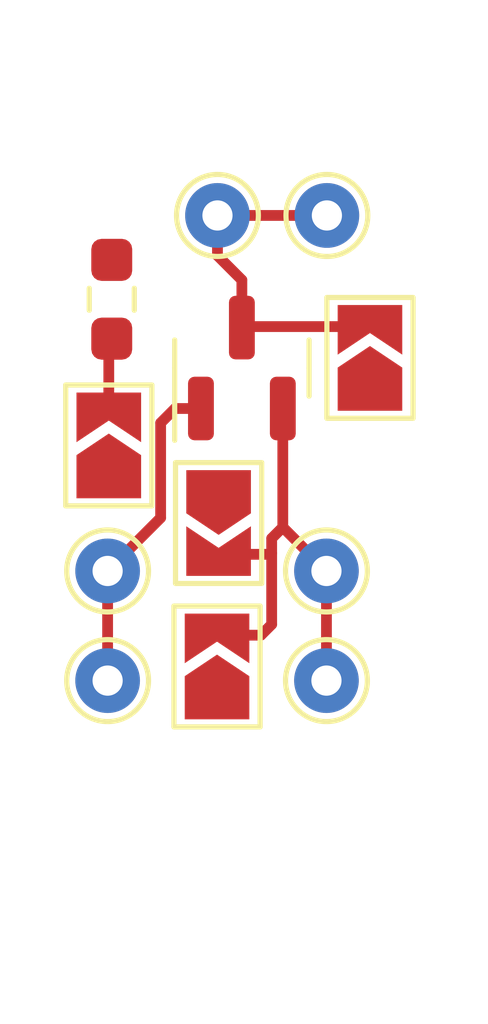
<source format=kicad_pcb>
(kicad_pcb (version 20221018) (generator pcbnew)
  (layers (0 "F.Cu" signal) (31 "B.Cu" signal) (34 "B.Paste" user) (35 "F.Paste" user) (36 "B.SilkS" user "B.Silkscreen") (37 "F.SilkS" user "F.Silkscreen") (38 "B.Mask" user) (39 "F.Mask" user) (44 "Edge.Cuts" user))
  (net 0 "")
  (net 1 "Net-(Q1-G)")
  (net 2 "VCC")
  (net 3 "GND")
  (net 5 "Net-(JD1-B)")
  (net 7 "Net-(JS1-B)")
  (net 8 "Net-(JVCC1-B)")
  (footprint "Jumper:SolderJumper-2_P1.3mm_Open_TrianglePad1.0x1.5mm" (layer "F.Cu") (at 35.56 185.092848 90)
    (fp_text reference "JS1" hide)
    (fp_text value "SolderJumper_2_Open")
    (fp_line (start -1.4 -1) (end 1.4 -1) (stroke (width 0.12)) (layer "F.SilkS"))
    (fp_line (start -1.4 1) (end -1.4 -1) (stroke (width 0.12)) (layer "F.SilkS"))
    (fp_line (start 1.4 -1) (end 1.4 1) (stroke (width 0.12)) (layer "F.SilkS"))
    (fp_line (start 1.4 1) (end -1.4 1) (stroke (width 0.12)) (layer "F.SilkS"))
    (pad "1" smd custom (at -0.725 0 90) (size 0.3 0.3) (layers "F.Cu" "F.Mask") (options (clearance outline) (anchor rect)) (primitives (gr_poly (pts (xy 1 0) (xy 0.5 0.75) (xy -0.5 0.75) (xy -0.5 -0.75) (xy 0.5 -0.75)) (width 0) (fill yes))))
    (pad "2" smd custom (at 0.725 0 90) (size 0.3 0.3) (layers "F.Cu" "F.Mask") (net 7 "Net-(JS1-B)") (options (clearance outline) (anchor rect)) (primitives (gr_poly (pts (xy 0.5 0.75) (xy -0.65 0.75) (xy -0.15 0) (xy -0.65 -0.75) (xy 0.5 -0.75)) (width 0) (fill yes))))
  )
  (footprint "Package_TO_SOT_SMD:SOT-23" (layer "F.Cu") (at 36.136781 178.17881 90)
    (fp_text reference "Q1" hide)
    (fp_text value "2N7002")
    (fp_line (start 0 -1.56) (end -1.675 -1.56) (stroke (width 0.12)) (layer "F.SilkS"))
    (fp_line (start 0 -1.56) (end 0.65 -1.56) (stroke (width 0.12)) (layer "F.SilkS"))
    (fp_line (start 0 1.56) (end -0.65 1.56) (stroke (width 0.12)) (layer "F.SilkS"))
    (fp_line (start 0 1.56) (end 0.65 1.56) (stroke (width 0.12)) (layer "F.SilkS"))
    (pad "1" smd roundrect (at -0.9375 -0.95 90) (size 1.475 0.6) (layers "F.Cu" "F.Paste" "F.Mask") (net 1 "Net-(Q1-G)"))
    (pad "2" smd roundrect (at -0.9375 0.95 90) (size 1.475 0.6) (layers "F.Cu" "F.Paste" "F.Mask") (net 7 "Net-(JS1-B)"))
    (pad "3" smd roundrect (at 0.9375 0 90) (size 1.475 0.6) (layers "F.Cu" "F.Paste" "F.Mask") (net 5 "Net-(JD1-B)"))
  )
  (footprint "Jumper:SolderJumper-2_P1.3mm_Open_TrianglePad1.0x1.5mm" (layer "F.Cu") (at 35.59665 181.769481 -90)
    (fp_text reference "JVSS1" hide)
    (fp_text value "SolderJumper_2_Open")
    (fp_line (start -1.4 -1) (end 1.4 -1) (stroke (width 0.12)) (layer "F.SilkS"))
    (fp_line (start -1.4 1) (end -1.4 -1) (stroke (width 0.12)) (layer "F.SilkS"))
    (fp_line (start 1.4 -1) (end 1.4 1) (stroke (width 0.12)) (layer "F.SilkS"))
    (fp_line (start 1.4 1) (end -1.4 1) (stroke (width 0.12)) (layer "F.SilkS"))
    (pad "1" smd custom (at -0.725 0 270) (size 0.3 0.3) (layers "F.Cu" "F.Mask") (net 3 "GND") (options (clearance outline) (anchor rect)) (primitives (gr_poly (pts (xy 1 0) (xy 0.5 0.75) (xy -0.5 0.75) (xy -0.5 -0.75) (xy 0.5 -0.75)) (width 0) (fill yes))))
    (pad "2" smd custom (at 0.725 0 270) (size 0.3 0.3) (layers "F.Cu" "F.Mask") (net 7 "Net-(JS1-B)") (options (clearance outline) (anchor rect)) (primitives (gr_poly (pts (xy 0.5 0.75) (xy -0.65 0.75) (xy -0.15 0) (xy -0.65 -0.75) (xy 0.5 -0.75)) (width 0) (fill yes))))
  )
  (footprint "Resistor_SMD:R_0603_1608Metric_Pad0.98x0.95mm_HandSolder" (layer "F.Cu") (at 33.116206 176.585137 -90)
    (fp_text reference "R1" hide)
    (fp_text value "10k")
    (fp_line (start -0.254724 -0.5225) (end 0.254724 -0.5225) (stroke (width 0.12)) (layer "F.SilkS"))
    (fp_line (start -0.254724 0.5225) (end 0.254724 0.5225) (stroke (width 0.12)) (layer "F.SilkS"))
    (pad "1" smd roundrect (at -0.9125 0 270) (size 0.975 0.95) (layers "F.Cu" "F.Paste" "F.Mask") (net 2 "VCC"))
    (pad "2" smd roundrect (at 0.9125 0 270) (size 0.975 0.95) (layers "F.Cu" "F.Paste" "F.Mask") (net 8 "Net-(JVCC1-B)"))
  )
  (footprint "Jumper:SolderJumper-2_P1.3mm_Open_TrianglePad1.0x1.5mm" (layer "F.Cu") (at 39.110166 177.943486 90)
    (fp_text reference "JD1" hide)
    (fp_text value "SolderJumper_2_Open")
    (fp_line (start -1.4 -1) (end 1.4 -1) (stroke (width 0.12)) (layer "F.SilkS"))
    (fp_line (start -1.4 1) (end -1.4 -1) (stroke (width 0.12)) (layer "F.SilkS"))
    (fp_line (start 1.4 -1) (end 1.4 1) (stroke (width 0.12)) (layer "F.SilkS"))
    (fp_line (start 1.4 1) (end -1.4 1) (stroke (width 0.12)) (layer "F.SilkS"))
    (pad "1" smd custom (at -0.725 0 90) (size 0.3 0.3) (layers "F.Cu" "F.Mask") (options (clearance outline) (anchor rect)) (primitives (gr_poly (pts (xy 1 0) (xy 0.5 0.75) (xy -0.5 0.75) (xy -0.5 -0.75) (xy 0.5 -0.75)) (width 0) (fill yes))))
    (pad "2" smd custom (at 0.725 0 90) (size 0.3 0.3) (layers "F.Cu" "F.Mask") (net 5 "Net-(JD1-B)") (options (clearance outline) (anchor rect)) (primitives (gr_poly (pts (xy 0.5 0.75) (xy -0.65 0.75) (xy -0.15 0) (xy -0.65 -0.75) (xy 0.5 -0.75)) (width 0) (fill yes))))
  )
  (footprint "Jumper:SolderJumper-2_P1.3mm_Open_TrianglePad1.0x1.5mm" (layer "F.Cu") (at 33.047487 179.971514 90)
    (fp_text reference "JVCC1" hide)
    (fp_text value "SolderJumper_2_Open")
    (fp_line (start -1.4 -1) (end 1.4 -1) (stroke (width 0.12)) (layer "F.SilkS"))
    (fp_line (start -1.4 1) (end -1.4 -1) (stroke (width 0.12)) (layer "F.SilkS"))
    (fp_line (start 1.4 -1) (end 1.4 1) (stroke (width 0.12)) (layer "F.SilkS"))
    (fp_line (start 1.4 1) (end -1.4 1) (stroke (width 0.12)) (layer "F.SilkS"))
    (pad "1" smd custom (at -0.725 0 90) (size 0.3 0.3) (layers "F.Cu" "F.Mask") (net 5 "Net-(JD1-B)") (options (clearance outline) (anchor rect)) (primitives (gr_poly (pts (xy 1 0) (xy 0.5 0.75) (xy -0.5 0.75) (xy -0.5 -0.75) (xy 0.5 -0.75)) (width 0) (fill yes))))
    (pad "2" smd custom (at 0.725 0 90) (size 0.3 0.3) (layers "F.Cu" "F.Mask") (net 8 "Net-(JVCC1-B)") (options (clearance outline) (anchor rect)) (primitives (gr_poly (pts (xy 0.5 0.75) (xy -0.65 0.75) (xy -0.15 0) (xy -0.65 -0.75) (xy 0.5 -0.75)) (width 0) (fill yes))))
  )
  (footprint "TestPoint:TestPoint_THTPad_D1.5mm_Drill0.7mm" (layer "F.Cu") (at 35.570166 174.643486)
    (fp_text reference "DB1" hide)
    (fp_text value "Drain")
    (fp_circle (center 0 0) (end 0 0.95) (stroke (width 0.12)) (fill none) (layer "F.SilkS"))
    (pad "1" thru_hole circle (at 0 0) (size 1.5 1.5) (drill 0.7) (layers "*.Cu" "*.Mask") (net 5 "Net-(JD1-B)"))
  )
  (footprint "TestPoint:TestPoint_THTPad_D1.5mm_Drill0.7mm" (layer "F.Cu") (at 38.110166 174.643486 180)
    (fp_text reference "DA1" hide)
    (fp_text value "Drain")
    (fp_circle (center 0 0) (end 0 0.95) (stroke (width 0.12)) (fill none) (layer "F.SilkS"))
    (pad "1" thru_hole circle (at 0 0 180) (size 1.5 1.5) (drill 0.7) (layers "*.Cu" "*.Mask") (net 5 "Net-(JD1-B)"))
  )
  (footprint "TestPoint:TestPoint_THTPad_D1.5mm_Drill0.7mm" (layer "F.Cu") (at 38.1 185.42)
    (fp_text reference "SB1" hide)
    (fp_text value "Source")
    (fp_circle (center 0 0) (end 0 0.95) (stroke (width 0.12)) (fill none) (layer "F.SilkS"))
    (pad "1" thru_hole circle (at 0 0) (size 1.5 1.5) (drill 0.7) (layers "*.Cu" "*.Mask") (net 7 "Net-(JS1-B)"))
  )
  (footprint "TestPoint:TestPoint_THTPad_D1.5mm_Drill0.7mm" (layer "F.Cu") (at 38.1 182.88 180)
    (fp_text reference "SA1" hide)
    (fp_text value "Source")
    (fp_circle (center 0 0) (end 0 0.95) (stroke (width 0.12)) (fill none) (layer "F.SilkS"))
    (pad "1" thru_hole circle (at 0 0 180) (size 1.5 1.5) (drill 0.7) (layers "*.Cu" "*.Mask") (net 7 "Net-(JS1-B)"))
  )
  (footprint "TestPoint:TestPoint_THTPad_D1.5mm_Drill0.7mm" (layer "F.Cu") (at 33.02 182.88 90)
    (fp_text reference "GA1" hide)
    (fp_text value "Gate")
    (fp_circle (center 0 0) (end 0 0.95) (stroke (width 0.12)) (fill none) (layer "F.SilkS"))
    (pad "1" thru_hole circle (at 0 0 90) (size 1.5 1.5) (drill 0.7) (layers "*.Cu" "*.Mask") (net 1 "Net-(Q1-G)"))
  )
  (footprint "TestPoint:TestPoint_THTPad_D1.5mm_Drill0.7mm" (layer "F.Cu") (at 33.02 185.42)
    (fp_text reference "GB1" hide)
    (fp_text value "Gate")
    (fp_circle (center 0 0) (end 0 0.95) (stroke (width 0.12)) (fill none) (layer "F.SilkS"))
    (pad "1" thru_hole circle (at 0 0) (size 1.5 1.5) (drill 0.7) (layers "*.Cu" "*.Mask") (net 1 "Net-(Q1-G)"))
  )
  (segment (start 34.250829 179.450413) (end 34.584932 179.11631) (width 0.25) (layer "F.Cu") (net 1))
  (segment (start 33.02 182.88) (end 34.250829 181.649171) (width 0.25) (layer "F.Cu") (net 1))
  (segment (start 34.584932 179.11631) (end 35.186781 179.11631) (width 0.25) (layer "F.Cu") (net 1))
  (segment (start 33.02 185.42) (end 33.02 182.88) (width 0.25) (layer "F.Cu") (net 1))
  (segment (start 34.250829 181.649171) (end 34.250829 179.450413) (width 0.25) (layer "F.Cu") (net 1))
  (segment (start 36.136781 176.139144) (end 35.570166 175.572529) (width 0.25) (layer "F.Cu") (net 5))
  (segment (start 38.110166 174.643486) (end 35.570166 174.643486) (width 0.25) (layer "F.Cu") (net 5))
  (segment (start 35.570166 175.572529) (end 35.570166 174.643486) (width 0.25) (layer "F.Cu") (net 5))
  (segment (start 36.136781 177.24131) (end 36.136781 176.139144) (width 0.25) (layer "F.Cu") (net 5))
  (segment (start 36.159605 177.218486) (end 39.110166 177.218486) (width 0.25) (layer "F.Cu") (net 5))
  (segment (start 36.136781 177.24131) (end 36.159605 177.218486) (width 0.25) (layer "F.Cu") (net 5))
  (segment (start 36.828484 182.125078) (end 37.086781 181.866781) (width 0.25) (layer "F.Cu") (net 7))
  (segment (start 37.341744 182.121744) (end 38.1 182.88) (width 0.25) (layer "F.Cu") (net 7))
  (segment (start 36.80169 182.494481) (end 36.828484 182.467687) (width 0.25) (layer "F.Cu") (net 7))
  (segment (start 37.086781 179.11631) (end 37.086781 181.866781) (width 0.25) (layer "F.Cu") (net 7))
  (segment (start 36.828484 184.11855) (end 36.828484 182.467687) (width 0.25) (layer "F.Cu") (net 7))
  (segment (start 38.1 185.42) (end 38.1 182.88) (width 0.25) (layer "F.Cu") (net 7))
  (segment (start 36.828484 182.467687) (end 36.828484 182.125078) (width 0.25) (layer "F.Cu") (net 7))
  (segment (start 37.086781 181.866781) (end 37.341744 182.121744) (width 0.25) (layer "F.Cu") (net 7))
  (segment (start 36.579186 184.367848) (end 36.828484 184.11855) (width 0.25) (layer "F.Cu") (net 7))
  (segment (start 35.56 184.367848) (end 36.579186 184.367848) (width 0.25) (layer "F.Cu") (net 7))
  (segment (start 35.59665 182.494481) (end 36.80169 182.494481) (width 0.25) (layer "F.Cu") (net 7))
  (segment (start 33.047487 177.566356) (end 33.116206 177.497637) (width 0.25) (layer "F.Cu") (net 8))
  (segment (start 33.047487 179.246514) (end 33.047487 177.566356) (width 0.25) (layer "F.Cu") (net 8))
)
</source>
